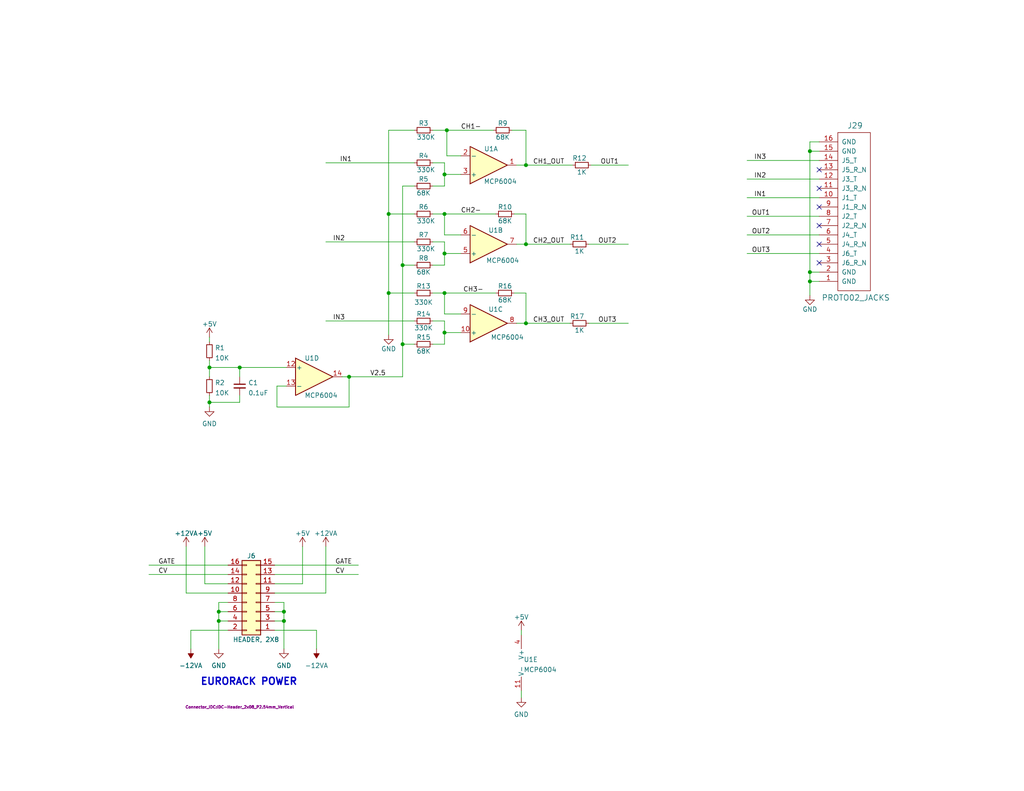
<source format=kicad_sch>
(kicad_sch (version 20211123) (generator eeschema)
  (paper "A")
  (title_block (title "12V BIPOLAR TO 5V UNIPOLAR LEVEL SHIFTER") (date "2022-11-21") (rev "1"))
  (lib_symbols
    (symbol "Amplifier_Operational:MCP6004" (pin_names (offset 0.127))
      (property "Reference" "U" (at 0 5.08 0))
      (property "Value" "MCP6004" (at 0 -5.08 0))
      (symbol "MCP6004_1_1"
        (polyline (pts (xy -5.08 5.08) (xy 5.08 0) (xy -5.08 -5.08) (xy -5.08 5.08)) (stroke (width 0.254)) (fill (type background)))
        (pin output line (at 7.62 0 180) (length 2.54) (name "~") (number "1"))
        (pin input line (at -7.62 -2.54 0) (length 2.54) (name "-") (number "2"))
        (pin input line (at -7.62 2.54 0) (length 2.54) (name "+") (number "3"))
      )
      (symbol "MCP6004_2_1"
        (polyline (pts (xy -5.08 5.08) (xy 5.08 0) (xy -5.08 -5.08) (xy -5.08 5.08)) (stroke (width 0.254)) (fill (type background)))
        (pin input line (at -7.62 2.54 0) (length 2.54) (name "+") (number "5"))
        (pin input line (at -7.62 -2.54 0) (length 2.54) (name "-") (number "6"))
        (pin output line (at 7.62 0 180) (length 2.54) (name "~") (number "7"))
      )
      (symbol "MCP6004_3_1"
        (polyline (pts (xy -5.08 5.08) (xy 5.08 0) (xy -5.08 -5.08) (xy -5.08 5.08)) (stroke (width 0.254)) (fill (type background)))
        (pin input line (at -7.62 2.54 0) (length 2.54) (name "+") (number "10"))
        (pin output line (at 7.62 0 180) (length 2.54) (name "~") (number "8"))
        (pin input line (at -7.62 -2.54 0) (length 2.54) (name "-") (number "9"))
      )
      (symbol "MCP6004_4_1"
        (polyline (pts (xy -5.08 5.08) (xy 5.08 0) (xy -5.08 -5.08) (xy -5.08 5.08)) (stroke (width 0.254)) (fill (type background)))
        (pin input line (at -7.62 2.54 0) (length 2.54) (name "+") (number "12"))
        (pin input line (at -7.62 -2.54 0) (length 2.54) (name "-") (number "13"))
        (pin output line (at 7.62 0 180) (length 2.54) (name "~") (number "14"))
      )
      (symbol "MCP6004_5_1"
        (pin power_in line (at -2.54 -7.62 90) (length 3.81) (name "V-") (number "11"))
        (pin power_in line (at -2.54 7.62 270) (length 3.81) (name "V+") (number "4"))
      )
    )
    (symbol "Connector_Generic:Conn_02x08_Odd_Even" (pin_names (offset 1.016) hide)
      (property "Reference" "J" (at 1.27 10.16 0))
      (property "Value" "Conn_02x08_Odd_Even" (at 1.27 -12.7 0))
      (symbol "Conn_02x08_Odd_Even_1_1"
        (rectangle (start -1.27 -10.033) (end 0 -10.287) (stroke (width 0.1524)))
        (rectangle (start -1.27 -7.493) (end 0 -7.747) (stroke (width 0.1524)))
        (rectangle (start -1.27 -4.953) (end 0 -5.207) (stroke (width 0.1524)))
        (rectangle (start -1.27 -2.413) (end 0 -2.667) (stroke (width 0.1524)))
        (rectangle (start -1.27 0.127) (end 0 -0.127) (stroke (width 0.1524)))
        (rectangle (start -1.27 2.667) (end 0 2.413) (stroke (width 0.1524)))
        (rectangle (start -1.27 5.207) (end 0 4.953) (stroke (width 0.1524)))
        (rectangle (start -1.27 7.747) (end 0 7.493) (stroke (width 0.1524)))
        (rectangle (start -1.27 8.89) (end 3.81 -11.43) (stroke (width 0.254)) (fill (type background)))
        (rectangle (start 3.81 -10.033) (end 2.54 -10.287) (stroke (width 0.1524)))
        (rectangle (start 3.81 -7.493) (end 2.54 -7.747) (stroke (width 0.1524)))
        (rectangle (start 3.81 -4.953) (end 2.54 -5.207) (stroke (width 0.1524)))
        (rectangle (start 3.81 -2.413) (end 2.54 -2.667) (stroke (width 0.1524)))
        (rectangle (start 3.81 0.127) (end 2.54 -0.127) (stroke (width 0.1524)))
        (rectangle (start 3.81 2.667) (end 2.54 2.413) (stroke (width 0.1524)))
        (rectangle (start 3.81 5.207) (end 2.54 4.953) (stroke (width 0.1524)))
        (rectangle (start 3.81 7.747) (end 2.54 7.493) (stroke (width 0.1524)))
        (pin passive line (at -5.08 7.62 0) (length 3.81) (name "Pin_1") (number "1"))
        (pin passive line (at 7.62 -2.54 180) (length 3.81) (name "Pin_10") (number "10"))
        (pin passive line (at -5.08 -5.08 0) (length 3.81) (name "Pin_11") (number "11"))
        (pin passive line (at 7.62 -5.08 180) (length 3.81) (name "Pin_12") (number "12"))
        (pin passive line (at -5.08 -7.62 0) (length 3.81) (name "Pin_13") (number "13"))
        (pin passive line (at 7.62 -7.62 180) (length 3.81) (name "Pin_14") (number "14"))
        (pin passive line (at -5.08 -10.16 0) (length 3.81) (name "Pin_15") (number "15"))
        (pin passive line (at 7.62 -10.16 180) (length 3.81) (name "Pin_16") (number "16"))
        (pin passive line (at 7.62 7.62 180) (length 3.81) (name "Pin_2") (number "2"))
        (pin passive line (at -5.08 5.08 0) (length 3.81) (name "Pin_3") (number "3"))
        (pin passive line (at 7.62 5.08 180) (length 3.81) (name "Pin_4") (number "4"))
        (pin passive line (at -5.08 2.54 0) (length 3.81) (name "Pin_5") (number "5"))
        (pin passive line (at 7.62 2.54 180) (length 3.81) (name "Pin_6") (number "6"))
        (pin passive line (at -5.08 0 0) (length 3.81) (name "Pin_7") (number "7"))
        (pin passive line (at 7.62 0 180) (length 3.81) (name "Pin_8") (number "8"))
        (pin passive line (at -5.08 -2.54 0) (length 3.81) (name "Pin_9") (number "9"))
      )
    )
    (symbol "Device:C_Small" (pin_numbers hide) (pin_names (offset 0.254) hide)
      (property "Reference" "C" (at 0.254 1.778 0))
      (property "Value" "C_Small" (at 0.254 -2.032 0))
      (symbol "C_Small_0_1"
        (polyline (pts (xy -1.524 -0.508) (xy 1.524 -0.508)) (stroke (width 0.3302)))
        (polyline (pts (xy -1.524 0.508) (xy 1.524 0.508)) (stroke (width 0.3048)))
      )
      (symbol "C_Small_1_1"
        (pin passive line (at 0 2.54 270) (length 2.032) (name "~") (number "1"))
        (pin passive line (at 0 -2.54 90) (length 2.032) (name "~") (number "2"))
      )
    )
    (symbol "Device:R_Small" (pin_numbers hide) (pin_names (offset 0.254) hide)
      (property "Reference" "R" (at 0.762 0.508 0))
      (property "Value" "R_Small" (at 0.762 -1.016 0))
      (symbol "R_Small_0_1"
        (rectangle (start -0.762 1.778) (end 0.762 -1.778) (stroke (width 0.2032)))
      )
      (symbol "R_Small_1_1"
        (pin passive line (at 0 2.54 270) (length 0.762) (name "~") (number "1"))
        (pin passive line (at 0 -2.54 90) (length 0.762) (name "~") (number "2"))
      )
    )
    (symbol "LandBoards_Conns:PROTO02_JACKS" (pin_names (offset 1.016))
      (property "Reference" "J" (at 0 22.86 0))
      (property "Value" "PROTO02_JACKS" (at 0 -22.86 0))
      (symbol "PROTO02_JACKS_0_1"
        (rectangle (start -5.08 21.59) (end 3.81 -21.59))
      )
      (symbol "PROTO02_JACKS_1_1"
        (pin power_in line (at 8.89 -19.05 180) (length 5.08) (name "GND") (number "1"))
        (pin passive line (at 8.89 3.81 180) (length 5.08) (name "J1_T") (number "10"))
        (pin passive line (at 8.89 6.35 180) (length 5.08) (name "J3_R_N") (number "11"))
        (pin passive line (at 8.89 8.89 180) (length 5.08) (name "J3_T") (number "12"))
        (pin passive line (at 8.89 11.43 180) (length 5.08) (name "J5_R_N") (number "13"))
        (pin passive line (at 8.89 13.97 180) (length 5.08) (name "J5_T") (number "14"))
        (pin power_in line (at 8.89 16.51 180) (length 5.08) (name "GND") (number "15"))
        (pin power_in line (at 8.89 19.05 180) (length 5.08) (name "GND") (number "16"))
        (pin power_in line (at 8.89 -16.51 180) (length 5.08) (name "GND") (number "2"))
        (pin passive line (at 8.89 -13.97 180) (length 5.08) (name "J6_R_N") (number "3"))
        (pin passive line (at 8.89 -11.43 180) (length 5.08) (name "J6_T") (number "4"))
        (pin passive line (at 8.89 -8.89 180) (length 5.08) (name "J4_R_N") (number "5"))
        (pin passive line (at 8.89 -6.35 180) (length 5.08) (name "J4_T") (number "6"))
        (pin passive line (at 8.89 -3.81 180) (length 5.08) (name "J2_R_N") (number "7"))
        (pin passive line (at 8.89 -1.27 180) (length 5.08) (name "J2_T") (number "8"))
        (pin passive line (at 8.89 1.27 180) (length 5.08) (name "J1_R_N") (number "9"))
      )
    )
    (symbol "power:+12VA" (power) (pin_names (offset 0))
      (property "Value" "+12VA" (at 0 3.556 0))
      (symbol "+12VA_0_1"
        (polyline (pts (xy -0.762 1.27) (xy 0 2.54)))
        (polyline (pts (xy 0 0) (xy 0 2.54)))
        (polyline (pts (xy 0 2.54) (xy 0.762 1.27)))
      )
      (symbol "+12VA_1_1"
        (pin power_in line (at 0 0 90) (length 0) hide (name "+12VA") (number "1"))
      )
    )
    (symbol "power:+5V" (power) (pin_names (offset 0))
      (property "Value" "+5V" (at 0 3.556 0))
      (symbol "+5V_0_1"
        (polyline (pts (xy -0.762 1.27) (xy 0 2.54)))
        (polyline (pts (xy 0 0) (xy 0 2.54)))
        (polyline (pts (xy 0 2.54) (xy 0.762 1.27)))
      )
      (symbol "+5V_1_1"
        (pin power_in line (at 0 0 90) (length 0) hide (name "+5V") (number "1"))
      )
    )
    (symbol "power:-12VA" (power) (pin_names (offset 0))
      (property "Value" "-12VA" (at 0 3.556 0))
      (symbol "-12VA_0_0"
        (pin power_in line (at 0 0 90) (length 0) hide (name "-12VA") (number "1"))
      )
      (symbol "-12VA_0_1"
        (polyline (pts (xy 0 0) (xy 0 1.27) (xy 0.762 1.27) (xy 0 2.54) (xy -0.762 1.27) (xy 0 1.27)) (fill (type outline)))
      )
    )
    (symbol "power:GND" (power) (pin_names (offset 0))
      (property "Value" "GND" (at 0 -3.81 0))
      (symbol "GND_0_1"
        (polyline (pts (xy 0 0) (xy 0 -1.27) (xy 1.27 -1.27) (xy 0 -2.54) (xy -1.27 -1.27) (xy 0 -1.27)))
      )
      (symbol "GND_1_1"
        (pin power_in line (at 0 0 270) (length 0) hide (name "GND") (number "1"))
      )
    )
  )
  (junction (at 59.69 167.005))
  (junction (at 220.98 41.275))
  (junction (at 220.98 74.295))
  (junction (at 121.285 58.42))
  (junction (at 59.69 169.545))
  (junction (at 143.51 88.265))
  (junction (at 109.855 93.98))
  (junction (at 121.92 35.56))
  (junction (at 106.045 80.01))
  (junction (at 143.51 45.085))
  (junction (at 57.15 109.855))
  (junction (at 57.15 100.33))
  (junction (at 121.285 80.01))
  (junction (at 65.405 100.33))
  (junction (at 95.25 102.87))
  (junction (at 121.285 69.215))
  (junction (at 121.285 90.805))
  (junction (at 106.045 58.42))
  (junction (at 109.855 72.39))
  (junction (at 121.285 47.625))
  (junction (at 220.98 76.835))
  (junction (at 143.51 66.675))
  (junction (at 77.47 169.545))
  (junction (at 77.47 167.005))
  (no_connect (at 223.52 46.355))
  (no_connect (at 223.52 71.755))
  (no_connect (at 223.52 51.435))
  (no_connect (at 223.52 56.515))
  (no_connect (at 223.52 61.595))
  (no_connect (at 223.52 66.675))
  (wire (pts (xy 40.64 154.305) (xy 62.23 154.305)))
  (wire (pts (xy 109.855 93.98) (xy 109.855 102.87)))
  (wire (pts (xy 74.93 164.465) (xy 77.47 164.465)))
  (wire (pts (xy 125.73 85.725) (xy 121.285 85.725)))
  (wire (pts (xy 121.285 90.805) (xy 121.285 93.98)))
  (wire (pts (xy 78.105 100.33) (xy 65.405 100.33)))
  (wire (pts (xy 95.25 102.87) (xy 93.345 102.87)))
  (wire (pts (xy 118.11 58.42) (xy 121.285 58.42)))
  (wire (pts (xy 106.045 35.56) (xy 106.045 58.42)))
  (wire (pts (xy 160.655 88.265) (xy 171.45 88.265)))
  (wire (pts (xy 143.51 66.675) (xy 143.51 58.42)))
  (wire (pts (xy 140.97 45.085) (xy 143.51 45.085)))
  (wire (pts (xy 160.655 66.675) (xy 171.45 66.675)))
  (wire (pts (xy 203.835 64.135) (xy 223.52 64.135)))
  (wire (pts (xy 121.285 85.725) (xy 121.285 80.01)))
  (wire (pts (xy 220.98 41.275) (xy 223.52 41.275)))
  (wire (pts (xy 109.855 93.98) (xy 113.03 93.98)))
  (wire (pts (xy 74.93 156.845) (xy 97.79 156.845)))
  (wire (pts (xy 52.07 172.085) (xy 52.07 177.165)))
  (wire (pts (xy 82.55 149.225) (xy 82.55 159.385)))
  (wire (pts (xy 78.105 105.41) (xy 75.565 105.41)))
  (wire (pts (xy 106.045 58.42) (xy 106.045 80.01)))
  (wire (pts (xy 220.98 74.295) (xy 220.98 76.835)))
  (wire (pts (xy 121.285 90.805) (xy 125.73 90.805)))
  (wire (pts (xy 121.285 69.215) (xy 121.285 72.39)))
  (wire (pts (xy 59.69 167.005) (xy 62.23 167.005)))
  (wire (pts (xy 88.9 66.04) (xy 113.03 66.04)))
  (wire (pts (xy 55.88 159.385) (xy 55.88 149.225)))
  (wire (pts (xy 143.51 66.675) (xy 155.575 66.675)))
  (wire (pts (xy 65.405 109.855) (xy 57.15 109.855)))
  (wire (pts (xy 74.93 154.305) (xy 97.79 154.305)))
  (wire (pts (xy 95.25 111.125) (xy 95.25 102.87)))
  (wire (pts (xy 106.045 58.42) (xy 113.03 58.42)))
  (wire (pts (xy 57.15 109.855) (xy 57.15 107.95)))
  (wire (pts (xy 59.69 169.545) (xy 62.23 169.545)))
  (wire (pts (xy 203.835 53.975) (xy 223.52 53.975)))
  (wire (pts (xy 86.36 172.085) (xy 86.36 177.165)))
  (wire (pts (xy 143.51 88.265) (xy 155.575 88.265)))
  (wire (pts (xy 121.285 64.135) (xy 121.285 58.42)))
  (wire (pts (xy 62.23 172.085) (xy 52.07 172.085)))
  (wire (pts (xy 65.405 100.33) (xy 57.15 100.33)))
  (wire (pts (xy 203.835 48.895) (xy 223.52 48.895)))
  (wire (pts (xy 143.51 58.42) (xy 140.335 58.42)))
  (wire (pts (xy 50.8 161.925) (xy 62.23 161.925)))
  (wire (pts (xy 62.23 164.465) (xy 59.69 164.465)))
  (wire (pts (xy 74.93 169.545) (xy 77.47 169.545)))
  (wire (pts (xy 40.64 156.845) (xy 62.23 156.845)))
  (wire (pts (xy 161.29 45.085) (xy 171.45 45.085)))
  (wire (pts (xy 109.855 50.8) (xy 113.03 50.8)))
  (wire (pts (xy 88.9 149.225) (xy 88.9 161.925)))
  (wire (pts (xy 113.03 44.45) (xy 88.9 44.45)))
  (wire (pts (xy 121.285 58.42) (xy 135.255 58.42)))
  (wire (pts (xy 125.73 64.135) (xy 121.285 64.135)))
  (wire (pts (xy 140.97 88.265) (xy 143.51 88.265)))
  (wire (pts (xy 57.15 100.33) (xy 57.15 98.425)))
  (wire (pts (xy 113.03 35.56) (xy 106.045 35.56)))
  (wire (pts (xy 57.15 109.855) (xy 57.15 111.125)))
  (wire (pts (xy 220.98 74.295) (xy 220.98 41.275)))
  (wire (pts (xy 143.51 45.085) (xy 143.51 35.56)))
  (wire (pts (xy 121.92 35.56) (xy 134.62 35.56)))
  (wire (pts (xy 143.51 35.56) (xy 139.7 35.56)))
  (wire (pts (xy 118.11 66.04) (xy 121.285 66.04)))
  (wire (pts (xy 203.835 69.215) (xy 223.52 69.215)))
  (wire (pts (xy 57.15 92.075) (xy 57.15 93.345)))
  (wire (pts (xy 118.11 80.01) (xy 121.285 80.01)))
  (wire (pts (xy 143.51 80.01) (xy 140.335 80.01)))
  (wire (pts (xy 121.285 50.8) (xy 118.11 50.8)))
  (wire (pts (xy 50.8 149.225) (xy 50.8 161.925)))
  (wire (pts (xy 121.285 93.98) (xy 118.11 93.98)))
  (wire (pts (xy 220.98 76.835) (xy 223.52 76.835)))
  (wire (pts (xy 220.98 76.835) (xy 220.98 80.645)))
  (wire (pts (xy 109.855 72.39) (xy 113.03 72.39)))
  (wire (pts (xy 118.11 44.45) (xy 121.285 44.45)))
  (wire (pts (xy 121.285 69.215) (xy 125.73 69.215)))
  (wire (pts (xy 142.24 172.085) (xy 142.24 173.355)))
  (wire (pts (xy 125.73 42.545) (xy 121.92 42.545)))
  (wire (pts (xy 121.285 87.63) (xy 121.285 90.805)))
  (wire (pts (xy 57.15 100.33) (xy 57.15 102.87)))
  (wire (pts (xy 65.405 100.33) (xy 65.405 102.87)))
  (wire (pts (xy 75.565 105.41) (xy 75.565 111.125)))
  (wire (pts (xy 59.69 164.465) (xy 59.69 167.005)))
  (wire (pts (xy 118.11 87.63) (xy 121.285 87.63)))
  (wire (pts (xy 121.285 44.45) (xy 121.285 47.625)))
  (wire (pts (xy 59.69 167.005) (xy 59.69 169.545)))
  (wire (pts (xy 65.405 107.95) (xy 65.405 109.855)))
  (wire (pts (xy 220.98 41.275) (xy 220.98 38.735)))
  (wire (pts (xy 121.285 47.625) (xy 121.285 50.8)))
  (wire (pts (xy 75.565 111.125) (xy 95.25 111.125)))
  (wire (pts (xy 220.98 74.295) (xy 223.52 74.295)))
  (wire (pts (xy 203.835 43.815) (xy 223.52 43.815)))
  (wire (pts (xy 118.11 35.56) (xy 121.92 35.56)))
  (wire (pts (xy 74.93 161.925) (xy 88.9 161.925)))
  (wire (pts (xy 121.285 66.04) (xy 121.285 69.215)))
  (wire (pts (xy 77.47 164.465) (xy 77.47 167.005)))
  (wire (pts (xy 220.98 38.735) (xy 223.52 38.735)))
  (wire (pts (xy 59.69 169.545) (xy 59.69 177.165)))
  (wire (pts (xy 106.045 80.01) (xy 106.045 91.44)))
  (wire (pts (xy 143.51 45.085) (xy 156.21 45.085)))
  (wire (pts (xy 109.855 72.39) (xy 109.855 93.98)))
  (wire (pts (xy 109.855 72.39) (xy 109.855 50.8)))
  (wire (pts (xy 121.92 42.545) (xy 121.92 35.56)))
  (wire (pts (xy 95.25 102.87) (xy 109.855 102.87)))
  (wire (pts (xy 121.285 47.625) (xy 125.73 47.625)))
  (wire (pts (xy 74.93 167.005) (xy 77.47 167.005)))
  (wire (pts (xy 203.835 59.055) (xy 223.52 59.055)))
  (wire (pts (xy 74.93 159.385) (xy 82.55 159.385)))
  (wire (pts (xy 77.47 167.005) (xy 77.47 169.545)))
  (wire (pts (xy 62.23 159.385) (xy 55.88 159.385)))
  (wire (pts (xy 142.24 190.5) (xy 142.24 188.595)))
  (wire (pts (xy 88.9 87.63) (xy 113.03 87.63)))
  (wire (pts (xy 140.97 66.675) (xy 143.51 66.675)))
  (wire (pts (xy 121.285 72.39) (xy 118.11 72.39)))
  (wire (pts (xy 106.045 80.01) (xy 113.03 80.01)))
  (wire (pts (xy 121.285 80.01) (xy 135.255 80.01)))
  (wire (pts (xy 74.93 172.085) (xy 86.36 172.085)))
  (wire (pts (xy 143.51 88.265) (xy 143.51 80.01)))
  (wire (pts (xy 77.47 169.545) (xy 77.47 177.165)))
  (text "EURORACK POWER" (at 54.61 187.325 0) (effects (font (size 1.905 1.905) (thickness 0.381) bold) (justify left bottom)))
  (label "CH2-" (at 125.73 58.42 0))
  (label "OUT2" (at 205.105 64.135 0))
  (label "CH3_OUT" (at 145.415 88.265 0))
  (label "V2.5" (at 100.965 102.87 0))
  (label "GATE" (at 91.44 154.305 0))
  (label "OUT3" (at 205.105 69.215 0))
  (label "OUT1" (at 205.105 59.055 0))
  (label "OUT2" (at 163.195 66.675 0))
  (label "CV" (at 91.44 156.845 0))
  (label "CH1_OUT" (at 145.415 45.085 0))
  (label "CH1-" (at 125.73 35.56 0))
  (label "IN1" (at 92.71 44.45 0))
  (label "IN3" (at 90.805 87.63 0))
  (label "IN2" (at 90.805 66.04 0))
  (label "IN2" (at 205.74 48.895 0))
  (label "CH2_OUT" (at 145.415 66.675 0))
  (label "IN3" (at 205.74 43.815 0))
  (label "OUT1" (at 163.83 45.085 0))
  (label "GATE" (at 43.18 154.305 0))
  (label "CV" (at 43.18 156.845 0))
  (label "CH3-" (at 126.365 80.01 0))
  (label "OUT3" (at 163.195 88.265 0))
  (label "IN1" (at 205.74 53.975 0))
  (symbol (lib_id "power:GND") (at 220.98 80.645 0) (unit 1)
    (property "Reference" "#PWR0101" (effects hide))
    (property "Value" "GND" (at 220.98 84.455 0))
  )
  (symbol (lib_id "power:+12VA") (at 50.8 149.225 0) (unit 1)
    (property "Reference" "#PWR0111" (effects hide))
    (property "Value" "+12VA" (at 50.8 145.6205 0))
  )
  (symbol (lib_id "Device:R_Small") (at 115.57 35.56 90) (unit 1)
    (property "Reference" "R3" (at 115.57 33.655 90))
    (property "Value" "330K" (at 116.205 37.465 90))
  )
  (symbol (lib_id "Amplifier_Operational:MCP6004") (at 85.725 102.87 0) (unit 4)
    (property "Reference" "U1" (at 85.09 97.79 0))
    (property "Value" "MCP6004" (at 87.63 107.95 0))
    (property "Datasheet" "http://ww1.microchip.com/downloads/en/DeviceDoc/21733j.pdf" (effects hide))
  )
  (symbol (lib_id "Amplifier_Operational:MCP6004") (at 144.78 180.975 0) (unit 5)
    (property "Reference" "U1" (at 142.875 180.0665 0) (effects (justify left)))
    (property "Value" "MCP6004" (at 142.875 182.8416 0) (effects (justify left)))
    (property "Datasheet" "http://ww1.microchip.com/downloads/en/DeviceDoc/21733j.pdf" (effects hide))
  )
  (symbol (lib_id "LandBoards_Conns:PROTO02_JACKS") (at 232.41 57.785 0) (mirror y) (unit 1)
    (property "Reference" "J29" (at 231.14 34.29 0) (effects (font (size 1.524 1.524)) (justify right)))
    (property "Value" "PROTO02_JACKS" (at 224.155 81.28 0) (effects (font (size 1.524 1.524)) (justify right)))
  )
  (symbol (lib_id "Amplifier_Operational:MCP6004") (at 133.35 88.265 0) (mirror x) (unit 3)
    (property "Reference" "U1" (at 135.255 84.455 0))
    (property "Value" "MCP6004" (at 138.43 92.075 0))
    (property "Datasheet" "http://ww1.microchip.com/downloads/en/DeviceDoc/21733j.pdf" (effects hide))
  )
  (symbol (lib_id "power:-12VA") (at 52.07 177.165 180) (unit 1)
    (property "Reference" "#PWR0105" (effects hide))
    (property "Value" "-12VA" (at 52.07 181.7275 0))
  )
  (symbol (lib_id "Device:R_Small") (at 115.57 58.42 90) (unit 1)
    (property "Reference" "R6" (at 115.57 56.515 90))
    (property "Value" "330K" (at 116.205 60.325 90))
  )
  (symbol (lib_id "Device:R_Small") (at 137.16 35.56 90) (unit 1)
    (property "Reference" "R9" (at 137.16 33.655 90))
    (property "Value" "68K" (at 137.16 37.465 90))
  )
  (symbol (lib_id "power:+5V") (at 142.24 172.085 0) (unit 1)
    (property "Reference" "#PWR06" (effects hide))
    (property "Value" "+5V" (at 142.24 168.4805 0))
  )
  (symbol (lib_id "Device:R_Small") (at 115.57 72.39 90) (unit 1)
    (property "Reference" "R8" (at 115.57 70.485 90))
    (property "Value" "68K" (at 115.57 74.295 90))
  )
  (symbol (lib_id "Device:R_Small") (at 115.57 80.01 90) (unit 1)
    (property "Reference" "R13" (at 115.57 78.105 90))
    (property "Value" "330K" (at 115.57 82.55 90))
  )
  (symbol (lib_id "Device:R_Small") (at 115.57 93.98 90) (unit 1)
    (property "Reference" "R15" (at 115.57 92.075 90))
    (property "Value" "68K" (at 115.57 95.885 90))
  )
  (symbol (lib_id "Device:R_Small") (at 115.57 44.45 90) (unit 1)
    (property "Reference" "R4" (at 115.57 42.545 90))
    (property "Value" "330K" (at 116.205 46.355 90))
  )
  (symbol (lib_id "Device:R_Small") (at 115.57 66.04 90) (unit 1)
    (property "Reference" "R7" (at 115.57 64.135 90))
    (property "Value" "330K" (at 116.205 67.945 90))
  )
  (symbol (lib_id "Device:R_Small") (at 158.115 88.265 90) (unit 1)
    (property "Reference" "R17" (at 157.48 86.36 90))
    (property "Value" "1K" (at 158.115 90.17 90))
  )
  (symbol (lib_id "power:GND") (at 77.47 177.165 0) (unit 1)
    (property "Reference" "#PWR0103" (effects hide))
    (property "Value" "GND" (at 77.47 181.7275 0))
  )
  (symbol (lib_id "power:GND") (at 142.24 190.5 0) (unit 1)
    (property "Reference" "#PWR07" (effects hide))
    (property "Value" "GND" (at 142.24 195.0625 0))
  )
  (symbol (lib_id "power:-12VA") (at 86.36 177.165 180) (unit 1)
    (property "Reference" "#PWR0102" (effects hide))
    (property "Value" "-12VA" (at 86.36 181.7275 0))
  )
  (symbol (lib_id "power:+12VA") (at 88.9 149.225 0) (unit 1)
    (property "Reference" "#PWR0107" (effects hide))
    (property "Value" "+12VA" (at 88.9 145.6205 0))
  )
  (symbol (lib_id "Device:R_Small") (at 137.795 80.01 90) (unit 1)
    (property "Reference" "R16" (at 137.795 78.105 90))
    (property "Value" "68K" (at 137.795 81.915 90))
  )
  (symbol (lib_id "power:GND") (at 57.15 111.125 0) (unit 1)
    (property "Reference" "#PWR02" (effects hide))
    (property "Value" "GND" (at 57.15 115.6875 0))
  )
  (symbol (lib_id "Amplifier_Operational:MCP6004") (at 133.35 45.085 0) (mirror x) (unit 1)
    (property "Reference" "U1" (at 133.985 40.64 0))
    (property "Value" "MCP6004" (at 136.525 49.53 0))
    (property "Datasheet" "http://ww1.microchip.com/downloads/en/DeviceDoc/21733j.pdf" (effects hide))
  )
  (symbol (lib_id "Device:R_Small") (at 137.795 58.42 90) (unit 1)
    (property "Reference" "R10" (at 137.795 56.515 90))
    (property "Value" "68K" (at 137.795 60.325 90))
  )
  (symbol (lib_id "Device:C_Small") (at 65.405 105.41 0) (unit 1)
    (property "Reference" "C1" (at 67.7291 104.5078 0) (effects (justify left)))
    (property "Value" "0.1uF" (at 67.7291 107.2829 0) (effects (justify left)))
  )
  (symbol (lib_id "power:+5V") (at 55.88 149.225 0) (unit 1)
    (property "Reference" "#PWR0110" (effects hide))
    (property "Value" "+5V" (at 55.88 145.6205 0))
  )
  (symbol (lib_id "Device:R_Small") (at 158.75 45.085 90) (unit 1)
    (property "Reference" "R12" (at 158.115 43.18 90))
    (property "Value" "1K" (at 158.75 46.99 90))
  )
  (symbol (lib_id "power:+5V") (at 57.15 92.075 0) (unit 1)
    (property "Reference" "#PWR01" (effects hide))
    (property "Value" "+5V" (at 57.15 88.4705 0))
  )
  (symbol (lib_id "Device:R_Small") (at 115.57 87.63 90) (unit 1)
    (property "Reference" "R14" (at 115.57 85.725 90))
    (property "Value" "330K" (at 115.57 89.535 90))
  )
  (symbol (lib_id "Device:R_Small") (at 57.15 105.41 180) (unit 1)
    (property "Reference" "R2" (at 58.6486 104.5015 0) (effects (justify right)))
    (property "Value" "10K" (at 58.6486 107.2766 0) (effects (justify right)))
  )
  (symbol (lib_id "power:GND") (at 59.69 177.165 0) (unit 1)
    (property "Reference" "#PWR0106" (effects hide))
    (property "Value" "GND" (at 59.69 181.7275 0))
  )
  (symbol (lib_id "power:GND") (at 106.045 91.44 0) (unit 1)
    (property "Reference" "#PWR012" (effects hide))
    (property "Value" "GND" (at 106.045 95.25 0))
  )
  (symbol (lib_id "Amplifier_Operational:MCP6004") (at 133.35 66.675 0) (mirror x) (unit 2)
    (property "Reference" "U1" (at 135.255 62.865 0))
    (property "Value" "MCP6004" (at 137.16 71.12 0))
    (property "Datasheet" "http://ww1.microchip.com/downloads/en/DeviceDoc/21733j.pdf" (effects hide))
  )
  (symbol (lib_id "Device:R_Small") (at 158.115 66.675 90) (unit 1)
    (property "Reference" "R11" (at 157.48 64.77 90))
    (property "Value" "1K" (at 158.115 68.58 90))
  )
  (symbol (lib_id "Device:R_Small") (at 115.57 50.8 90) (unit 1)
    (property "Reference" "R5" (at 115.57 48.895 90))
    (property "Value" "68K" (at 115.57 52.705 90))
  )
  (symbol (lib_id "Connector_Generic:Conn_02x08_Odd_Even") (at 69.85 164.465 180) (unit 1)
    (property "Reference" "J6" (at 68.58 151.765 0))
    (property "Value" "HEADER, 2X8" (at 69.85 174.625 0))
    (property "Footprint" "Connector_IDC:IDC-Header_2x08_P2.54mm_Vertical" (at 65.405 193.04 0) (effects (font (size 0.762 0.762))))
    (property "Datasheet" "https://store.synthrotek.com/16-Pin_Keyed_Shrouded_Eurorack_Power_Header" (effects hide))
  )
  (symbol (lib_id "Device:R_Small") (at 57.15 95.885 180) (unit 1)
    (property "Reference" "R1" (at 58.6486 94.9765 0) (effects (justify right)))
    (property "Value" "10K" (at 58.6486 97.7516 0) (effects (justify right)))
  )
  (symbol (lib_id "power:+5V") (at 82.55 149.225 0) (unit 1)
    (property "Reference" "#PWR0108" (effects hide))
    (property "Value" "+5V" (at 82.55 145.6205 0))
  )
)
</source>
